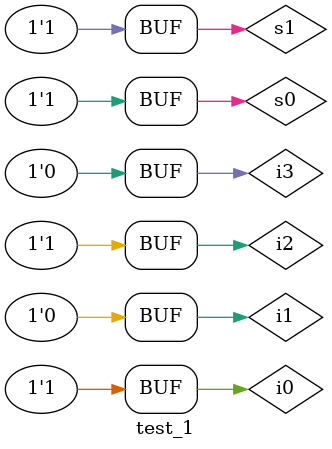
<source format=v>
`timescale 1ns / 1ps


module test_1;

	// Inputs
	reg i0;
	reg i1;
	reg i2;
	reg i3;
	reg s0;
	reg s1;

	// Outputs
	wire out;

	// Instantiate the Unit Under Test (UUT)
	mux_1 uut (
		.out(out), 
		.i0(i0), 
		.i1(i1), 
		.i2(i2), 
		.i3(i3), 
		.s0(s0), 
		.s1(s1)
	);

	initial begin
		// Initialize Inputs
		i0 = 1;
		i1 = 0;
		i2 = 1;
		i3 = 0;
		s0 = 0;
		s1 = 0;

		#100;
		
		i0 = 1;
		i1 = 0;
		i2 = 1;
		i3 = 0;
		s0 = 1;
		s1 = 0;

		#100;
		
		i0 = 1;
		i1 = 0;
		i2 = 1;
		i3 = 0;
		s0 = 0;
		s1 = 1;

		#100;
		
		i0 = 1;
		i1 = 0;
		i2 = 1;
		i3 = 0;
		s0 = 1;
		s1 = 1;

		#100;
	end
      
endmodule


</source>
